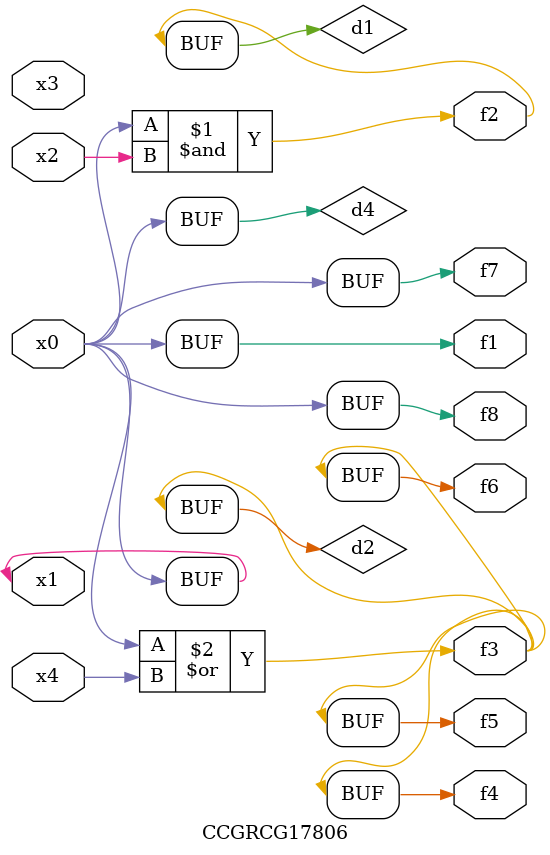
<source format=v>
module CCGRCG17806(
	input x0, x1, x2, x3, x4,
	output f1, f2, f3, f4, f5, f6, f7, f8
);

	wire d1, d2, d3, d4;

	and (d1, x0, x2);
	or (d2, x0, x4);
	nand (d3, x0, x2);
	buf (d4, x0, x1);
	assign f1 = d4;
	assign f2 = d1;
	assign f3 = d2;
	assign f4 = d2;
	assign f5 = d2;
	assign f6 = d2;
	assign f7 = d4;
	assign f8 = d4;
endmodule

</source>
